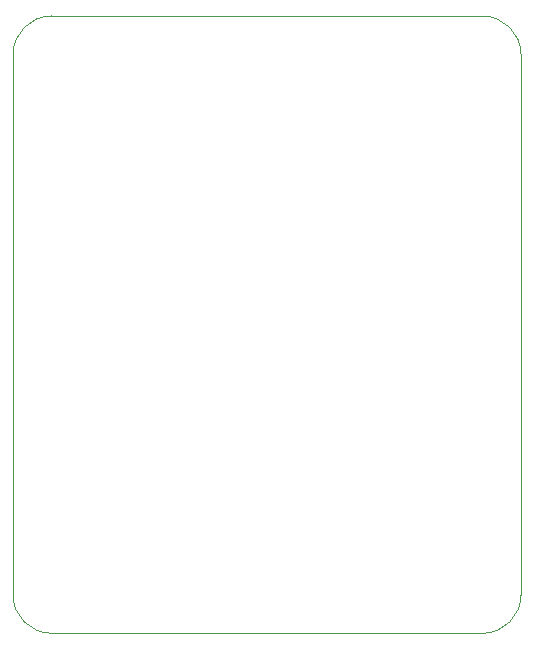
<source format=gbr>
%TF.GenerationSoftware,KiCad,Pcbnew,(7.0.0)*%
%TF.CreationDate,2023-10-01T16:50:46+07:00*%
%TF.ProjectId,CYPD3177,43595044-3331-4373-972e-6b696361645f,rev?*%
%TF.SameCoordinates,Original*%
%TF.FileFunction,Profile,NP*%
%FSLAX46Y46*%
G04 Gerber Fmt 4.6, Leading zero omitted, Abs format (unit mm)*
G04 Created by KiCad (PCBNEW (7.0.0)) date 2023-10-01 16:50:46*
%MOMM*%
%LPD*%
G01*
G04 APERTURE LIST*
%TA.AperFunction,Profile*%
%ADD10C,0.038100*%
%TD*%
G04 APERTURE END LIST*
D10*
X74009600Y-20009601D02*
G75*
G03*
X70750000Y-16750000I-3259600J1D01*
G01*
X74009601Y-20009601D02*
X74000000Y-65750000D01*
X34259601Y-16740400D02*
G75*
G03*
X31000000Y-20000000I-1J-3259600D01*
G01*
X70750000Y-69009601D02*
G75*
G03*
X74009601Y-65750000I0J3259601D01*
G01*
X70750000Y-69000000D02*
X34250000Y-69000000D01*
X31000000Y-50000000D02*
X31000000Y-20000000D01*
X34250000Y-16750000D02*
X70750000Y-16750000D01*
X31000000Y-65750000D02*
X31000000Y-50000000D01*
X30990400Y-65740399D02*
G75*
G03*
X34250000Y-69000000I3259600J-1D01*
G01*
M02*

</source>
